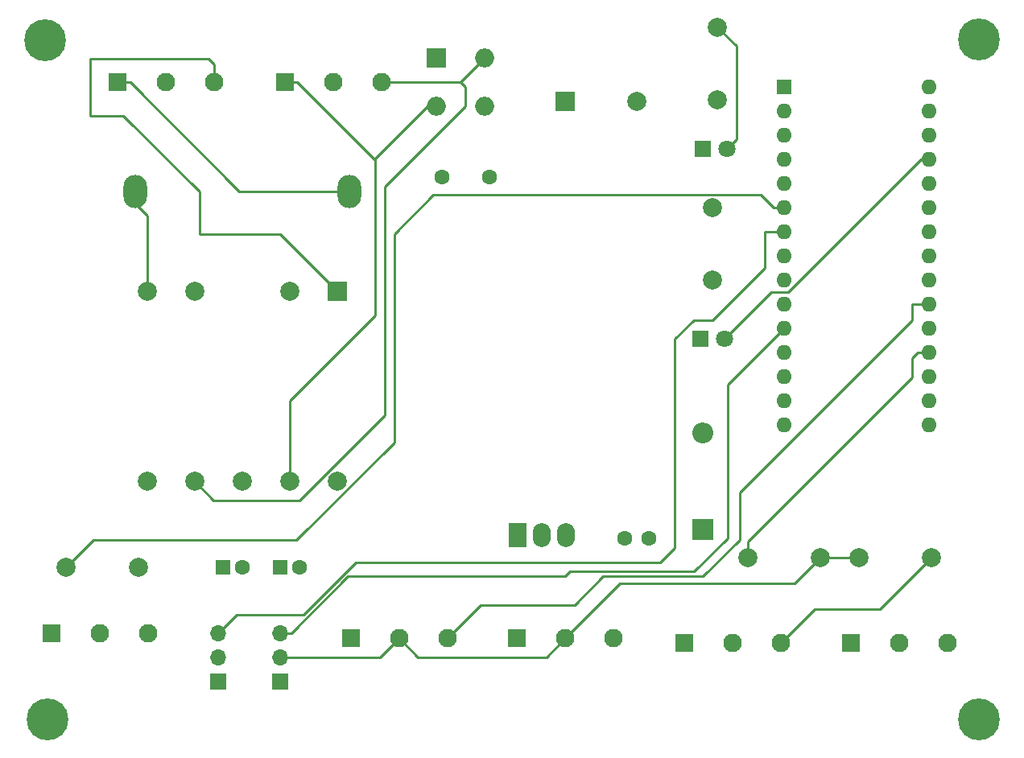
<source format=gbr>
%TF.GenerationSoftware,KiCad,Pcbnew,7.0.9*%
%TF.CreationDate,2024-01-24T18:52:34+01:00*%
%TF.ProjectId,Kicad_Passage_A_niveau_Stockage,4b696361-645f-4506-9173-736167655f41,rev?*%
%TF.SameCoordinates,Original*%
%TF.FileFunction,Copper,L1,Top*%
%TF.FilePolarity,Positive*%
%FSLAX46Y46*%
G04 Gerber Fmt 4.6, Leading zero omitted, Abs format (unit mm)*
G04 Created by KiCad (PCBNEW 7.0.9) date 2024-01-24 18:52:34*
%MOMM*%
%LPD*%
G01*
G04 APERTURE LIST*
%TA.AperFunction,ComponentPad*%
%ADD10R,1.800000X1.800000*%
%TD*%
%TA.AperFunction,ComponentPad*%
%ADD11C,1.800000*%
%TD*%
%TA.AperFunction,ComponentPad*%
%ADD12R,1.950000X1.950000*%
%TD*%
%TA.AperFunction,ComponentPad*%
%ADD13C,1.950000*%
%TD*%
%TA.AperFunction,ComponentPad*%
%ADD14R,1.600000X1.600000*%
%TD*%
%TA.AperFunction,ComponentPad*%
%ADD15C,1.600000*%
%TD*%
%TA.AperFunction,ComponentPad*%
%ADD16R,2.000000X2.000000*%
%TD*%
%TA.AperFunction,ComponentPad*%
%ADD17C,2.000000*%
%TD*%
%TA.AperFunction,ComponentPad*%
%ADD18R,1.700000X1.700000*%
%TD*%
%TA.AperFunction,ComponentPad*%
%ADD19O,1.700000X1.700000*%
%TD*%
%TA.AperFunction,ComponentPad*%
%ADD20C,4.400000*%
%TD*%
%TA.AperFunction,ComponentPad*%
%ADD21O,2.000000X2.000000*%
%TD*%
%TA.AperFunction,ComponentPad*%
%ADD22O,2.500000X3.500000*%
%TD*%
%TA.AperFunction,ComponentPad*%
%ADD23R,2.200000X2.200000*%
%TD*%
%TA.AperFunction,ComponentPad*%
%ADD24O,2.200000X2.200000*%
%TD*%
%TA.AperFunction,ComponentPad*%
%ADD25R,1.900000X2.500000*%
%TD*%
%TA.AperFunction,ComponentPad*%
%ADD26O,1.900000X2.500000*%
%TD*%
%TA.AperFunction,ComponentPad*%
%ADD27O,1.600000X1.600000*%
%TD*%
%TA.AperFunction,Conductor*%
%ADD28C,0.250000*%
%TD*%
G04 APERTURE END LIST*
D10*
%TO.P,D4,1,K*%
%TO.N,Net-(D4-K)*%
X137622000Y-65226000D03*
D11*
%TO.P,D4,2,A*%
%TO.N,+5V*%
X140162000Y-65226000D03*
%TD*%
D12*
%TO.P,J9,1,Pin_1*%
%TO.N,GND*%
X153397000Y-97226000D03*
D13*
%TO.P,J9,2,Pin_2*%
%TO.N,+5V*%
X158477000Y-97226000D03*
%TO.P,J9,3,Pin_3*%
%TO.N,Net-(A1-D12)*%
X163557000Y-97226000D03*
%TD*%
D14*
%TO.P,C4,1*%
%TO.N,+5V*%
X87397000Y-89226000D03*
D15*
%TO.P,C4,2*%
%TO.N,GND*%
X89397000Y-89226000D03*
%TD*%
D16*
%TO.P,TR1,1*%
%TO.N,Net-(J1-Pin_3)*%
X99397000Y-60226000D03*
D17*
%TO.P,TR1,2*%
%TO.N,N/C*%
X94397000Y-60226000D03*
%TO.P,TR1,4*%
X84397000Y-60226000D03*
%TO.P,TR1,5*%
%TO.N,Net-(F1-Pad1)*%
X79397000Y-60226000D03*
%TO.P,TR1,6*%
%TO.N,N/C*%
X79397000Y-80226000D03*
%TO.P,TR1,7*%
%TO.N,Net-(J4-Pin_3)*%
X84397000Y-80226000D03*
%TO.P,TR1,8*%
%TO.N,N/C*%
X89397000Y-80226000D03*
%TO.P,TR1,9*%
%TO.N,Net-(J4-Pin_1)*%
X94397000Y-80226000D03*
%TO.P,TR1,10*%
%TO.N,N/C*%
X99397000Y-80226000D03*
%TD*%
%TO.P,R1,1*%
%TO.N,Net-(D2-A)*%
X139397000Y-40036000D03*
%TO.P,R1,2*%
%TO.N,Net-(D3-A)*%
X139397000Y-32416000D03*
%TD*%
D18*
%TO.P,J8,1,Pin_1*%
%TO.N,GND*%
X93397000Y-101266000D03*
D19*
%TO.P,J8,2,Pin_2*%
%TO.N,+5V*%
X93397000Y-98726000D03*
%TO.P,J8,3,Pin_3*%
%TO.N,Net-(A1-D8)*%
X93397000Y-96186000D03*
%TD*%
D10*
%TO.P,D3,1,K*%
%TO.N,GND*%
X137857000Y-45226000D03*
D11*
%TO.P,D3,2,A*%
%TO.N,Net-(D3-A)*%
X140397000Y-45226000D03*
%TD*%
D18*
%TO.P,J7,1,Pin_1*%
%TO.N,GND*%
X86897000Y-101266000D03*
D19*
%TO.P,J7,2,Pin_2*%
%TO.N,+5V*%
X86897000Y-98726000D03*
%TO.P,J7,3,Pin_3*%
%TO.N,Net-(A1-D4)*%
X86897000Y-96186000D03*
%TD*%
D16*
%TO.P,C1,1*%
%TO.N,Net-(D1-+)*%
X123397000Y-40226000D03*
D17*
%TO.P,C1,2*%
%TO.N,GND*%
X130897000Y-40226000D03*
%TD*%
D20*
%TO.P,REF3,1*%
%TO.N,N/C*%
X166897000Y-105226000D03*
%TD*%
%TO.P,REF1,1*%
%TO.N,N/C*%
X68707000Y-33782000D03*
%TD*%
D12*
%TO.P,J6,1,Pin_1*%
%TO.N,GND*%
X118317000Y-96726000D03*
D13*
%TO.P,J6,2,Pin_2*%
%TO.N,+5V*%
X123397000Y-96726000D03*
%TO.P,J6,3,Pin_3*%
%TO.N,Net-(A1-D11)*%
X128477000Y-96726000D03*
%TD*%
D20*
%TO.P,REF4,1*%
%TO.N,N/C*%
X68897000Y-105226000D03*
%TD*%
D12*
%TO.P,J2,1,Pin_1*%
%TO.N,GND*%
X69397000Y-96226000D03*
D13*
%TO.P,J2,2,Pin_2*%
%TO.N,+5V*%
X74477000Y-96226000D03*
%TO.P,J2,3,Pin_3*%
%TO.N,Net-(J2-Pin_3)*%
X79557000Y-96226000D03*
%TD*%
D17*
%TO.P,R5,1*%
%TO.N,Net-(A1-D3)*%
X70897000Y-89226000D03*
%TO.P,R5,2*%
%TO.N,Net-(J2-Pin_3)*%
X78517000Y-89226000D03*
%TD*%
D12*
%TO.P,J5,1,Pin_1*%
%TO.N,GND*%
X100817000Y-96726000D03*
D13*
%TO.P,J5,2,Pin_2*%
%TO.N,+5V*%
X105897000Y-96726000D03*
%TO.P,J5,3,Pin_3*%
%TO.N,Net-(A1-A2)*%
X110977000Y-96726000D03*
%TD*%
D17*
%TO.P,R2,1*%
%TO.N,+5V*%
X154277000Y-88226000D03*
%TO.P,R2,2*%
%TO.N,Net-(A1-A1)*%
X161897000Y-88226000D03*
%TD*%
D16*
%TO.P,D1,1,+*%
%TO.N,Net-(D1-+)*%
X109872000Y-35681000D03*
D21*
%TO.P,D1,2*%
%TO.N,Net-(J4-Pin_1)*%
X109872000Y-40761000D03*
%TO.P,D1,3,-*%
%TO.N,GND*%
X114952000Y-40761000D03*
%TO.P,D1,4*%
%TO.N,Net-(J4-Pin_3)*%
X114952000Y-35681000D03*
%TD*%
D22*
%TO.P,F1,1*%
%TO.N,Net-(F1-Pad1)*%
X78147000Y-49726000D03*
%TO.P,F1,2*%
%TO.N,Net-(J1-Pin_1)*%
X100647000Y-49726000D03*
%TD*%
D20*
%TO.P,REF2,1*%
%TO.N,N/C*%
X166897000Y-33726000D03*
%TD*%
D12*
%TO.P,J3,1,Pin_1*%
%TO.N,GND*%
X135897000Y-97226000D03*
D13*
%TO.P,J3,2,Pin_2*%
%TO.N,Net-(A1-A0)*%
X140977000Y-97226000D03*
%TO.P,J3,3,Pin_3*%
%TO.N,Net-(A1-A1)*%
X146057000Y-97226000D03*
%TD*%
D12*
%TO.P,J4,1,Pin_1*%
%TO.N,Net-(J4-Pin_1)*%
X93897000Y-38226000D03*
D13*
%TO.P,J4,2,Pin_2*%
%TO.N,unconnected-(J4-Pin_2-Pad2)*%
X98977000Y-38226000D03*
%TO.P,J4,3,Pin_3*%
%TO.N,Net-(J4-Pin_3)*%
X104057000Y-38226000D03*
%TD*%
D15*
%TO.P,C2,1*%
%TO.N,Net-(D1-+)*%
X110397000Y-48226000D03*
%TO.P,C2,2*%
%TO.N,GND*%
X115397000Y-48226000D03*
%TD*%
D23*
%TO.P,D2,1,K*%
%TO.N,Net-(A1-VIN)*%
X137897000Y-85306000D03*
D24*
%TO.P,D2,2,A*%
%TO.N,Net-(D2-A)*%
X137897000Y-75146000D03*
%TD*%
D12*
%TO.P,J1,1,Pin_1*%
%TO.N,Net-(J1-Pin_1)*%
X76317000Y-38226000D03*
D13*
%TO.P,J1,2,Pin_2*%
%TO.N,unconnected-(J1-Pin_2-Pad2)*%
X81397000Y-38226000D03*
%TO.P,J1,3,Pin_3*%
%TO.N,Net-(J1-Pin_3)*%
X86477000Y-38226000D03*
%TD*%
D25*
%TO.P,U1,1,VI*%
%TO.N,Net-(D1-+)*%
X118357000Y-85881000D03*
D26*
%TO.P,U1,2,GND*%
%TO.N,GND*%
X120897000Y-85881000D03*
%TO.P,U1,3,VO*%
%TO.N,Net-(D2-A)*%
X123437000Y-85881000D03*
%TD*%
D17*
%TO.P,R4,1*%
%TO.N,Net-(A1-D2)*%
X138897000Y-59036000D03*
%TO.P,R4,2*%
%TO.N,Net-(D4-K)*%
X138897000Y-51416000D03*
%TD*%
D15*
%TO.P,C3,1*%
%TO.N,Net-(D2-A)*%
X129647000Y-86226000D03*
%TO.P,C3,2*%
%TO.N,GND*%
X132147000Y-86226000D03*
%TD*%
D14*
%TO.P,A1,1,D1/TX*%
%TO.N,unconnected-(A1-D1{slash}TX-Pad1)*%
X146397000Y-38726000D03*
D27*
%TO.P,A1,2,D0/RX*%
%TO.N,unconnected-(A1-D0{slash}RX-Pad2)*%
X146397000Y-41266000D03*
%TO.P,A1,3,~{RESET}*%
%TO.N,unconnected-(A1-~{RESET}-Pad3)*%
X146397000Y-43806000D03*
%TO.P,A1,4,GND*%
%TO.N,GND*%
X146397000Y-46346000D03*
%TO.P,A1,5,D2*%
%TO.N,Net-(A1-D2)*%
X146397000Y-48886000D03*
%TO.P,A1,6,D3*%
%TO.N,Net-(A1-D3)*%
X146397000Y-51426000D03*
%TO.P,A1,7,D4*%
%TO.N,Net-(A1-D4)*%
X146397000Y-53966000D03*
%TO.P,A1,8,D5*%
%TO.N,GND*%
X146397000Y-56506000D03*
%TO.P,A1,9,D6*%
X146397000Y-59046000D03*
%TO.P,A1,10,D7*%
X146397000Y-61586000D03*
%TO.P,A1,11,D8*%
%TO.N,Net-(A1-D8)*%
X146397000Y-64126000D03*
%TO.P,A1,12,D9*%
%TO.N,GND*%
X146397000Y-66666000D03*
%TO.P,A1,13,D10*%
X146397000Y-69206000D03*
%TO.P,A1,14,D11*%
%TO.N,Net-(A1-D11)*%
X146397000Y-71746000D03*
%TO.P,A1,15,D12*%
%TO.N,Net-(A1-D12)*%
X146397000Y-74286000D03*
%TO.P,A1,16,D13*%
%TO.N,unconnected-(A1-D13-Pad16)*%
X161637000Y-74286000D03*
%TO.P,A1,17,3V3*%
%TO.N,unconnected-(A1-3V3-Pad17)*%
X161637000Y-71746000D03*
%TO.P,A1,18,AREF*%
%TO.N,unconnected-(A1-AREF-Pad18)*%
X161637000Y-69206000D03*
%TO.P,A1,19,A0*%
%TO.N,Net-(A1-A0)*%
X161637000Y-66666000D03*
%TO.P,A1,20,A1*%
%TO.N,Net-(A1-A1)*%
X161637000Y-64126000D03*
%TO.P,A1,21,A2*%
%TO.N,Net-(A1-A2)*%
X161637000Y-61586000D03*
%TO.P,A1,22,A3*%
%TO.N,GND*%
X161637000Y-59046000D03*
%TO.P,A1,23,A4*%
X161637000Y-56506000D03*
%TO.P,A1,24,A5*%
X161637000Y-53966000D03*
%TO.P,A1,25,A6*%
X161637000Y-51426000D03*
%TO.P,A1,26,A7*%
X161637000Y-48886000D03*
%TO.P,A1,27,+5V*%
%TO.N,+5V*%
X161637000Y-46346000D03*
%TO.P,A1,28,~{RESET}*%
%TO.N,unconnected-(A1-~{RESET}-Pad28)*%
X161637000Y-43806000D03*
%TO.P,A1,29,GND*%
%TO.N,GND*%
X161637000Y-41266000D03*
%TO.P,A1,30,VIN*%
%TO.N,Net-(A1-VIN)*%
X161637000Y-38726000D03*
%TD*%
D14*
%TO.P,C5,1*%
%TO.N,+5V*%
X93397000Y-89226000D03*
D15*
%TO.P,C5,2*%
%TO.N,GND*%
X95397000Y-89226000D03*
%TD*%
D17*
%TO.P,R3,1*%
%TO.N,+5V*%
X150207000Y-88226000D03*
%TO.P,R3,2*%
%TO.N,Net-(A1-A0)*%
X142587000Y-88226000D03*
%TD*%
D28*
%TO.N,Net-(A1-D4)*%
X101395400Y-88726000D02*
X95895400Y-94226000D01*
X146397000Y-53966000D02*
X144397000Y-53966000D01*
X134897000Y-87226000D02*
X133397000Y-88726000D01*
X136897000Y-63226000D02*
X134897000Y-65226000D01*
X144397000Y-57726000D02*
X138897000Y-63226000D01*
X144397000Y-53966000D02*
X144397000Y-57726000D01*
X133397000Y-88726000D02*
X101395400Y-88726000D01*
X88857000Y-94226000D02*
X86897000Y-96186000D01*
X134897000Y-65226000D02*
X134897000Y-87226000D01*
X138897000Y-63226000D02*
X136897000Y-63226000D01*
X95895400Y-94226000D02*
X88857000Y-94226000D01*
%TO.N,Net-(A1-D8)*%
X123876804Y-89726000D02*
X136897000Y-89726000D01*
X140447000Y-86176000D02*
X140447000Y-70076000D01*
X93397000Y-96186000D02*
X94572300Y-96186000D01*
X140447000Y-70076000D02*
X146397000Y-64126000D01*
X100532300Y-90226000D02*
X123376804Y-90226000D01*
X136897000Y-89726000D02*
X140447000Y-86176000D01*
X94572300Y-96186000D02*
X100532300Y-90226000D01*
X123376804Y-90226000D02*
X123876804Y-89726000D01*
%TO.N,+5V*%
X93397000Y-98726000D02*
X103897000Y-98726000D01*
X129177100Y-90945900D02*
X123397000Y-96726000D01*
X160397000Y-46742000D02*
X146823000Y-60316000D01*
X160397000Y-46726000D02*
X160397000Y-46742000D01*
X160777000Y-46346000D02*
X160397000Y-46726000D01*
X107897000Y-98726000D02*
X105897000Y-96726000D01*
X103897000Y-98726000D02*
X105897000Y-96726000D01*
X146823000Y-60316000D02*
X145072000Y-60316000D01*
X123397000Y-96726000D02*
X121397000Y-98726000D01*
X150207000Y-88226000D02*
X154277000Y-88226000D01*
X150207000Y-88226000D02*
X147487100Y-90945900D01*
X147487100Y-90945900D02*
X129177100Y-90945900D01*
X161637000Y-46346000D02*
X160777000Y-46346000D01*
X145072000Y-60316000D02*
X140162000Y-65226000D01*
X121397000Y-98726000D02*
X107897000Y-98726000D01*
%TO.N,Net-(D3-A)*%
X139397000Y-32416000D02*
X141397000Y-34416000D01*
X141397000Y-44226000D02*
X140397000Y-45226000D01*
X141397000Y-34416000D02*
X141397000Y-44226000D01*
%TO.N,Net-(A1-D3)*%
X145271700Y-51426000D02*
X143936700Y-50091000D01*
X146397000Y-51426000D02*
X145271700Y-51426000D01*
X73749400Y-86373600D02*
X70897000Y-89226000D01*
X143936700Y-50091000D02*
X109532000Y-50091000D01*
X105397000Y-76099833D02*
X95123233Y-86373600D01*
X109532000Y-50091000D02*
X105397000Y-54226000D01*
X95123233Y-86373600D02*
X73749400Y-86373600D01*
X105397000Y-54226000D02*
X105397000Y-76099833D01*
%TO.N,Net-(A1-A0)*%
X142587000Y-88226000D02*
X142587000Y-86560000D01*
X160457000Y-66666000D02*
X161637000Y-66666000D01*
X159897000Y-67226000D02*
X160457000Y-66666000D01*
X142587000Y-86560000D02*
X159897000Y-69250000D01*
X159897000Y-69250000D02*
X159897000Y-67226000D01*
%TO.N,Net-(A1-A1)*%
X161897000Y-88226000D02*
X156487100Y-93635900D01*
X149647100Y-93635900D02*
X146057000Y-97226000D01*
X156487100Y-93635900D02*
X149647100Y-93635900D01*
%TO.N,Net-(A1-A2)*%
X137897000Y-90226000D02*
X127397000Y-90226000D01*
X159897000Y-63226000D02*
X141714000Y-81409000D01*
X161637000Y-61586000D02*
X159897000Y-61586000D01*
X127397000Y-90226000D02*
X124397000Y-93226000D01*
X124397000Y-93226000D02*
X114477000Y-93226000D01*
X141714000Y-86409000D02*
X137897000Y-90226000D01*
X141714000Y-81409000D02*
X141714000Y-86409000D01*
X114477000Y-93226000D02*
X110977000Y-96726000D01*
X159897000Y-61586000D02*
X159897000Y-63226000D01*
%TO.N,Net-(J4-Pin_1)*%
X103397000Y-62726000D02*
X94397000Y-71726000D01*
X108862000Y-40761000D02*
X103397000Y-46226000D01*
X103397000Y-46425700D02*
X103397000Y-62726000D01*
X103397000Y-46425700D02*
X95197300Y-38226000D01*
X109872000Y-40761000D02*
X108862000Y-40761000D01*
X103397000Y-46226000D02*
X103397000Y-46425700D01*
X95197300Y-38226000D02*
X93897000Y-38226000D01*
X94397000Y-71726000D02*
X94397000Y-80226000D01*
X103297150Y-46325850D02*
X103397000Y-46425700D01*
%TO.N,Net-(J4-Pin_3)*%
X114942000Y-35681000D02*
X112397000Y-38226000D01*
X86397000Y-82226000D02*
X84397000Y-80226000D01*
X114952000Y-35681000D02*
X114942000Y-35681000D01*
X104397000Y-49226000D02*
X104397000Y-73226000D01*
X104397000Y-73226000D02*
X95397000Y-82226000D01*
X112397000Y-38226000D02*
X112897000Y-38726000D01*
X112397000Y-38226000D02*
X111576300Y-38226000D01*
X95397000Y-82226000D02*
X86397000Y-82226000D01*
X112897000Y-40726000D02*
X104397000Y-49226000D01*
X112897000Y-38726000D02*
X112897000Y-40726000D01*
X111576300Y-38226000D02*
X104057000Y-38226000D01*
%TO.N,Net-(F1-Pad1)*%
X78147000Y-49726000D02*
X78147000Y-50976000D01*
X78147000Y-50976000D02*
X79397000Y-52226000D01*
X79397000Y-52226000D02*
X79397000Y-60226000D01*
%TO.N,Net-(J1-Pin_1)*%
X100647000Y-49726000D02*
X89117300Y-49726000D01*
X76317000Y-38226000D02*
X77617300Y-38226000D01*
X89117300Y-49726000D02*
X77617300Y-38226000D01*
%TO.N,Net-(J1-Pin_3)*%
X76897000Y-41726000D02*
X73397000Y-41726000D01*
X85897000Y-35726000D02*
X86477000Y-36306000D01*
X93397000Y-54226000D02*
X84897000Y-54226000D01*
X84897000Y-49726000D02*
X76897000Y-41726000D01*
X73397000Y-41726000D02*
X73397000Y-35726000D01*
X99397000Y-60226000D02*
X93397000Y-54226000D01*
X84897000Y-54226000D02*
X84897000Y-49726000D01*
X86477000Y-36306000D02*
X86477000Y-38226000D01*
X73397000Y-35726000D02*
X85897000Y-35726000D01*
%TD*%
M02*

</source>
